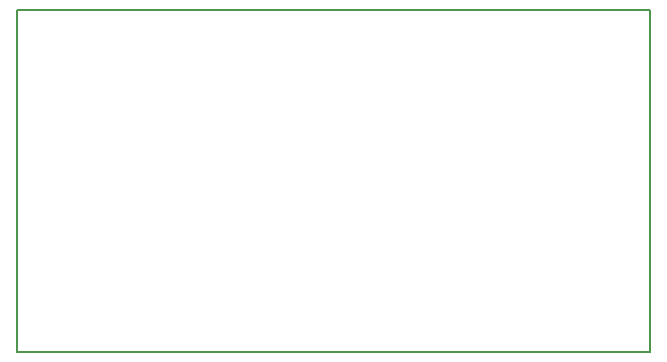
<source format=gbr>
%TF.GenerationSoftware,KiCad,Pcbnew,(6.0.9-0)*%
%TF.CreationDate,2022-11-28T12:31:09+01:00*%
%TF.ProjectId,Hlabs motor cotrol cnc proto,486c6162-7320-46d6-9f74-6f7220636f74,rev?*%
%TF.SameCoordinates,Original*%
%TF.FileFunction,Profile,NP*%
%FSLAX46Y46*%
G04 Gerber Fmt 4.6, Leading zero omitted, Abs format (unit mm)*
G04 Created by KiCad (PCBNEW (6.0.9-0)) date 2022-11-28 12:31:09*
%MOMM*%
%LPD*%
G01*
G04 APERTURE LIST*
%TA.AperFunction,Profile*%
%ADD10C,0.150000*%
%TD*%
G04 APERTURE END LIST*
D10*
X75500000Y-111982800D02*
X129109800Y-111982800D01*
X129109800Y-111982800D02*
X129109800Y-141000000D01*
X129109800Y-141000000D02*
X75500000Y-141000000D01*
X75500000Y-141000000D02*
X75500000Y-111982800D01*
M02*

</source>
